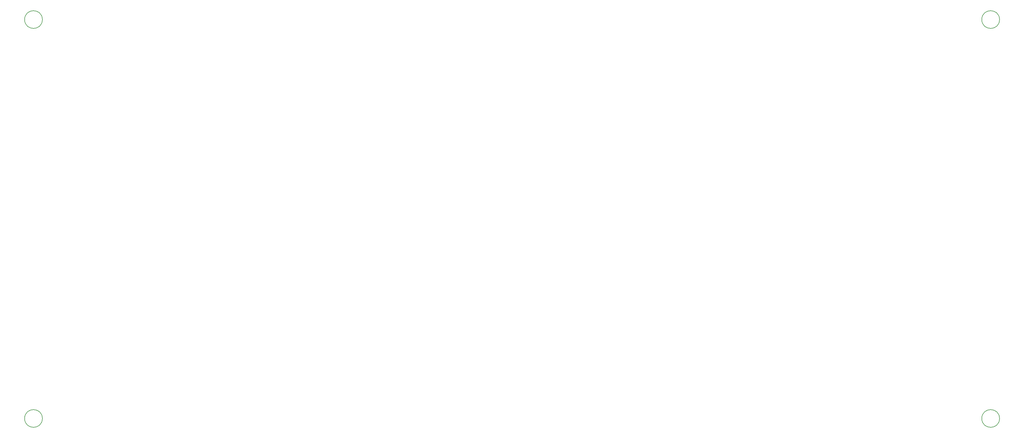
<source format=gbr>
%TF.GenerationSoftware,KiCad,Pcbnew,7.0.9*%
%TF.CreationDate,2024-01-14T03:14:42+00:00*%
%TF.ProjectId,rosco_m68k_keyboard-2,726f7363-6f5f-46d3-9638-6b5f6b657962,2*%
%TF.SameCoordinates,Original*%
%TF.FileFunction,Other,Comment*%
%FSLAX46Y46*%
G04 Gerber Fmt 4.6, Leading zero omitted, Abs format (unit mm)*
G04 Created by KiCad (PCBNEW 7.0.9) date 2024-01-14 03:14:42*
%MOMM*%
%LPD*%
G01*
G04 APERTURE LIST*
%ADD10C,0.150000*%
G04 APERTURE END LIST*
D10*
%TO.C,H2*%
X370678700Y-86878700D02*
G75*
G03*
X370678700Y-86878700I-2800000J0D01*
G01*
%TO.C,H3*%
X370678700Y-212878700D02*
G75*
G03*
X370678700Y-212878700I-2800000J0D01*
G01*
%TO.C,H4*%
X68678700Y-212878700D02*
G75*
G03*
X68678700Y-212878700I-2800000J0D01*
G01*
%TO.C,H1*%
X68678700Y-86878700D02*
G75*
G03*
X68678700Y-86878700I-2800000J0D01*
G01*
%TD*%
M02*

</source>
